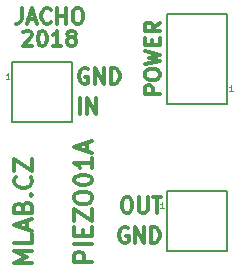
<source format=gbr>
G04 #@! TF.GenerationSoftware,KiCad,Pcbnew,(2018-02-10 revision a04965c36)-makepkg*
G04 #@! TF.CreationDate,2018-07-08T19:26:06+02:00*
G04 #@! TF.ProjectId,PIEZO01A,5049455A4F3031412E6B696361645F70,REV*
G04 #@! TF.SameCoordinates,Original*
G04 #@! TF.FileFunction,Legend,Top*
G04 #@! TF.FilePolarity,Positive*
%FSLAX46Y46*%
G04 Gerber Fmt 4.6, Leading zero omitted, Abs format (unit mm)*
G04 Created by KiCad (PCBNEW (2018-02-10 revision a04965c36)-makepkg) date 07/08/18 19:26:06*
%MOMM*%
%LPD*%
G01*
G04 APERTURE LIST*
%ADD10C,0.300000*%
%ADD11C,0.150000*%
%ADD12C,0.050000*%
G04 APERTURE END LIST*
D10*
X13161095Y23921619D02*
X11861095Y23921619D01*
X11861095Y24416857D01*
X11923000Y24540666D01*
X11984904Y24602571D01*
X12108714Y24664476D01*
X12294428Y24664476D01*
X12418238Y24602571D01*
X12480142Y24540666D01*
X12542047Y24416857D01*
X12542047Y23921619D01*
X11861095Y25469238D02*
X11861095Y25716857D01*
X11923000Y25840666D01*
X12046809Y25964476D01*
X12294428Y26026380D01*
X12727761Y26026380D01*
X12975380Y25964476D01*
X13099190Y25840666D01*
X13161095Y25716857D01*
X13161095Y25469238D01*
X13099190Y25345428D01*
X12975380Y25221619D01*
X12727761Y25159714D01*
X12294428Y25159714D01*
X12046809Y25221619D01*
X11923000Y25345428D01*
X11861095Y25469238D01*
X11861095Y26459714D02*
X13161095Y26769238D01*
X12232523Y27016857D01*
X13161095Y27264476D01*
X11861095Y27574000D01*
X12480142Y28069238D02*
X12480142Y28502571D01*
X13161095Y28688285D02*
X13161095Y28069238D01*
X11861095Y28069238D01*
X11861095Y28688285D01*
X13161095Y29988285D02*
X12542047Y29554952D01*
X13161095Y29245428D02*
X11861095Y29245428D01*
X11861095Y29740666D01*
X11923000Y29864476D01*
X11984904Y29926380D01*
X12108714Y29988285D01*
X12294428Y29988285D01*
X12418238Y29926380D01*
X12480142Y29864476D01*
X12542047Y29740666D01*
X12542047Y29245428D01*
X10236857Y15189904D02*
X10484476Y15189904D01*
X10608285Y15128000D01*
X10732095Y15004190D01*
X10794000Y14756571D01*
X10794000Y14323238D01*
X10732095Y14075619D01*
X10608285Y13951809D01*
X10484476Y13889904D01*
X10236857Y13889904D01*
X10113047Y13951809D01*
X9989238Y14075619D01*
X9927333Y14323238D01*
X9927333Y14756571D01*
X9989238Y15004190D01*
X10113047Y15128000D01*
X10236857Y15189904D01*
X11351142Y15189904D02*
X11351142Y14137523D01*
X11413047Y14013714D01*
X11474952Y13951809D01*
X11598761Y13889904D01*
X11846380Y13889904D01*
X11970190Y13951809D01*
X12032095Y14013714D01*
X12094000Y14137523D01*
X12094000Y15189904D01*
X12527333Y15189904D02*
X13270190Y15189904D01*
X12898761Y13889904D02*
X12898761Y15189904D01*
X10422571Y12588000D02*
X10298761Y12649904D01*
X10113047Y12649904D01*
X9927333Y12588000D01*
X9803523Y12464190D01*
X9741619Y12340380D01*
X9679714Y12092761D01*
X9679714Y11907047D01*
X9741619Y11659428D01*
X9803523Y11535619D01*
X9927333Y11411809D01*
X10113047Y11349904D01*
X10236857Y11349904D01*
X10422571Y11411809D01*
X10484476Y11473714D01*
X10484476Y11907047D01*
X10236857Y11907047D01*
X11041619Y11349904D02*
X11041619Y12649904D01*
X11784476Y11349904D01*
X11784476Y12649904D01*
X12403523Y11349904D02*
X12403523Y12649904D01*
X12713047Y12649904D01*
X12898761Y12588000D01*
X13022571Y12464190D01*
X13084476Y12340380D01*
X13146380Y12092761D01*
X13146380Y11907047D01*
X13084476Y11659428D01*
X13022571Y11535619D01*
X12898761Y11411809D01*
X12713047Y11349904D01*
X12403523Y11349904D01*
X6346523Y22271904D02*
X6346523Y23571904D01*
X6965571Y22271904D02*
X6965571Y23571904D01*
X7708428Y22271904D01*
X7708428Y23571904D01*
X7027476Y26050000D02*
X6903666Y26111904D01*
X6717952Y26111904D01*
X6532238Y26050000D01*
X6408428Y25926190D01*
X6346523Y25802380D01*
X6284619Y25554761D01*
X6284619Y25369047D01*
X6346523Y25121428D01*
X6408428Y24997619D01*
X6532238Y24873809D01*
X6717952Y24811904D01*
X6841761Y24811904D01*
X7027476Y24873809D01*
X7089380Y24935714D01*
X7089380Y25369047D01*
X6841761Y25369047D01*
X7646523Y24811904D02*
X7646523Y26111904D01*
X8389380Y24811904D01*
X8389380Y26111904D01*
X9008428Y24811904D02*
X9008428Y26111904D01*
X9317952Y26111904D01*
X9503666Y26050000D01*
X9627476Y25926190D01*
X9689380Y25802380D01*
X9751285Y25554761D01*
X9751285Y25369047D01*
X9689380Y25121428D01*
X9627476Y24997619D01*
X9503666Y24873809D01*
X9317952Y24811904D01*
X9008428Y24811904D01*
X1581428Y29163095D02*
X1643333Y29225000D01*
X1767142Y29286904D01*
X2076666Y29286904D01*
X2200476Y29225000D01*
X2262380Y29163095D01*
X2324285Y29039285D01*
X2324285Y28915476D01*
X2262380Y28729761D01*
X1519523Y27986904D01*
X2324285Y27986904D01*
X3129047Y29286904D02*
X3252857Y29286904D01*
X3376666Y29225000D01*
X3438571Y29163095D01*
X3500476Y29039285D01*
X3562380Y28791666D01*
X3562380Y28482142D01*
X3500476Y28234523D01*
X3438571Y28110714D01*
X3376666Y28048809D01*
X3252857Y27986904D01*
X3129047Y27986904D01*
X3005238Y28048809D01*
X2943333Y28110714D01*
X2881428Y28234523D01*
X2819523Y28482142D01*
X2819523Y28791666D01*
X2881428Y29039285D01*
X2943333Y29163095D01*
X3005238Y29225000D01*
X3129047Y29286904D01*
X4800476Y27986904D02*
X4057619Y27986904D01*
X4429047Y27986904D02*
X4429047Y29286904D01*
X4305238Y29101190D01*
X4181428Y28977380D01*
X4057619Y28915476D01*
X5543333Y28729761D02*
X5419523Y28791666D01*
X5357619Y28853571D01*
X5295714Y28977380D01*
X5295714Y29039285D01*
X5357619Y29163095D01*
X5419523Y29225000D01*
X5543333Y29286904D01*
X5790952Y29286904D01*
X5914761Y29225000D01*
X5976666Y29163095D01*
X6038571Y29039285D01*
X6038571Y28977380D01*
X5976666Y28853571D01*
X5914761Y28791666D01*
X5790952Y28729761D01*
X5543333Y28729761D01*
X5419523Y28667857D01*
X5357619Y28605952D01*
X5295714Y28482142D01*
X5295714Y28234523D01*
X5357619Y28110714D01*
X5419523Y28048809D01*
X5543333Y27986904D01*
X5790952Y27986904D01*
X5914761Y28048809D01*
X5976666Y28110714D01*
X6038571Y28234523D01*
X6038571Y28482142D01*
X5976666Y28605952D01*
X5914761Y28667857D01*
X5790952Y28729761D01*
X1426666Y31191904D02*
X1426666Y30263333D01*
X1364761Y30077619D01*
X1240952Y29953809D01*
X1055238Y29891904D01*
X931428Y29891904D01*
X1983809Y30263333D02*
X2602857Y30263333D01*
X1860000Y29891904D02*
X2293333Y31191904D01*
X2726666Y29891904D01*
X3902857Y30015714D02*
X3840952Y29953809D01*
X3655238Y29891904D01*
X3531428Y29891904D01*
X3345714Y29953809D01*
X3221904Y30077619D01*
X3160000Y30201428D01*
X3098095Y30449047D01*
X3098095Y30634761D01*
X3160000Y30882380D01*
X3221904Y31006190D01*
X3345714Y31130000D01*
X3531428Y31191904D01*
X3655238Y31191904D01*
X3840952Y31130000D01*
X3902857Y31068095D01*
X4460000Y29891904D02*
X4460000Y31191904D01*
X4460000Y30572857D02*
X5202857Y30572857D01*
X5202857Y29891904D02*
X5202857Y31191904D01*
X6069523Y31191904D02*
X6317142Y31191904D01*
X6440952Y31130000D01*
X6564761Y31006190D01*
X6626666Y30758571D01*
X6626666Y30325238D01*
X6564761Y30077619D01*
X6440952Y29953809D01*
X6317142Y29891904D01*
X6069523Y29891904D01*
X5945714Y29953809D01*
X5821904Y30077619D01*
X5760000Y30325238D01*
X5760000Y30758571D01*
X5821904Y31006190D01*
X5945714Y31130000D01*
X6069523Y31191904D01*
X7409571Y9732000D02*
X5909571Y9732000D01*
X5909571Y10303428D01*
X5981000Y10446285D01*
X6052428Y10517714D01*
X6195285Y10589142D01*
X6409571Y10589142D01*
X6552428Y10517714D01*
X6623857Y10446285D01*
X6695285Y10303428D01*
X6695285Y9732000D01*
X7409571Y11232000D02*
X5909571Y11232000D01*
X6623857Y11946285D02*
X6623857Y12446285D01*
X7409571Y12660571D02*
X7409571Y11946285D01*
X5909571Y11946285D01*
X5909571Y12660571D01*
X5909571Y13160571D02*
X5909571Y14160571D01*
X7409571Y13160571D01*
X7409571Y14160571D01*
X5909571Y15017714D02*
X5909571Y15303428D01*
X5981000Y15446285D01*
X6123857Y15589142D01*
X6409571Y15660571D01*
X6909571Y15660571D01*
X7195285Y15589142D01*
X7338142Y15446285D01*
X7409571Y15303428D01*
X7409571Y15017714D01*
X7338142Y14874857D01*
X7195285Y14732000D01*
X6909571Y14660571D01*
X6409571Y14660571D01*
X6123857Y14732000D01*
X5981000Y14874857D01*
X5909571Y15017714D01*
X5909571Y16589142D02*
X5909571Y16732000D01*
X5981000Y16874857D01*
X6052428Y16946285D01*
X6195285Y17017714D01*
X6481000Y17089142D01*
X6838142Y17089142D01*
X7123857Y17017714D01*
X7266714Y16946285D01*
X7338142Y16874857D01*
X7409571Y16732000D01*
X7409571Y16589142D01*
X7338142Y16446285D01*
X7266714Y16374857D01*
X7123857Y16303428D01*
X6838142Y16232000D01*
X6481000Y16232000D01*
X6195285Y16303428D01*
X6052428Y16374857D01*
X5981000Y16446285D01*
X5909571Y16589142D01*
X7409571Y18517714D02*
X7409571Y17660571D01*
X7409571Y18089142D02*
X5909571Y18089142D01*
X6123857Y17946285D01*
X6266714Y17803428D01*
X6338142Y17660571D01*
X6981000Y19089142D02*
X6981000Y19803428D01*
X7409571Y18946285D02*
X5909571Y19446285D01*
X7409571Y19946285D01*
X2329571Y9648571D02*
X829571Y9648571D01*
X1900999Y10148571D01*
X829571Y10648571D01*
X2329571Y10648571D01*
X2329571Y12077142D02*
X2329571Y11362857D01*
X829571Y11362857D01*
X1901000Y12505714D02*
X1901000Y13220000D01*
X2329571Y12362857D02*
X829571Y12862857D01*
X2329571Y13362857D01*
X1543857Y14362857D02*
X1615285Y14577142D01*
X1686714Y14648571D01*
X1829571Y14720000D01*
X2043857Y14720000D01*
X2186714Y14648571D01*
X2258142Y14577142D01*
X2329571Y14434285D01*
X2329571Y13862857D01*
X829571Y13862857D01*
X829571Y14362857D01*
X901000Y14505714D01*
X972428Y14577142D01*
X1115285Y14648571D01*
X1258142Y14648571D01*
X1401000Y14577142D01*
X1472428Y14505714D01*
X1543857Y14362857D01*
X1543857Y13862857D01*
X2186714Y15362857D02*
X2258142Y15434285D01*
X2329571Y15362857D01*
X2258142Y15291428D01*
X2186714Y15362857D01*
X2329571Y15362857D01*
X2186714Y16934285D02*
X2258142Y16862857D01*
X2329571Y16648571D01*
X2329571Y16505714D01*
X2258142Y16291428D01*
X2115285Y16148571D01*
X1972428Y16077142D01*
X1686714Y16005714D01*
X1472428Y16005714D01*
X1186714Y16077142D01*
X1043857Y16148571D01*
X901000Y16291428D01*
X829571Y16505714D01*
X829571Y16648571D01*
X901000Y16862857D01*
X972428Y16934285D01*
X829571Y17434285D02*
X829571Y18434285D01*
X2329571Y17434285D01*
X2329571Y18434285D01*
D11*
X18796000Y23114000D02*
X13716000Y23114000D01*
X13716000Y23114000D02*
X13716000Y30734000D01*
X13716000Y30734000D02*
X18796000Y30734000D01*
X18796000Y30734000D02*
X18796000Y23114000D01*
X635000Y21590000D02*
X635000Y26670000D01*
X5715000Y21590000D02*
X635000Y21590000D01*
X5715000Y26670000D02*
X5715000Y21590000D01*
X635000Y26670000D02*
X5715000Y26670000D01*
X13716000Y15748000D02*
X18796000Y15748000D01*
X18796000Y15748000D02*
X18796000Y10668000D01*
X18796000Y10668000D02*
X13716000Y10668000D01*
X13716000Y10668000D02*
X13716000Y15748000D01*
D12*
X19319857Y24157809D02*
X19034142Y24157809D01*
X19177000Y24157809D02*
X19177000Y24657809D01*
X19129380Y24586380D01*
X19081761Y24538761D01*
X19034142Y24514952D01*
X396857Y25173809D02*
X111142Y25173809D01*
X253999Y25173809D02*
X253999Y25673809D01*
X206380Y25602380D01*
X158761Y25554761D01*
X111142Y25530952D01*
X13477857Y14251809D02*
X13192142Y14251809D01*
X13335000Y14251809D02*
X13335000Y14751809D01*
X13287380Y14680380D01*
X13239761Y14632761D01*
X13192142Y14608952D01*
M02*

</source>
